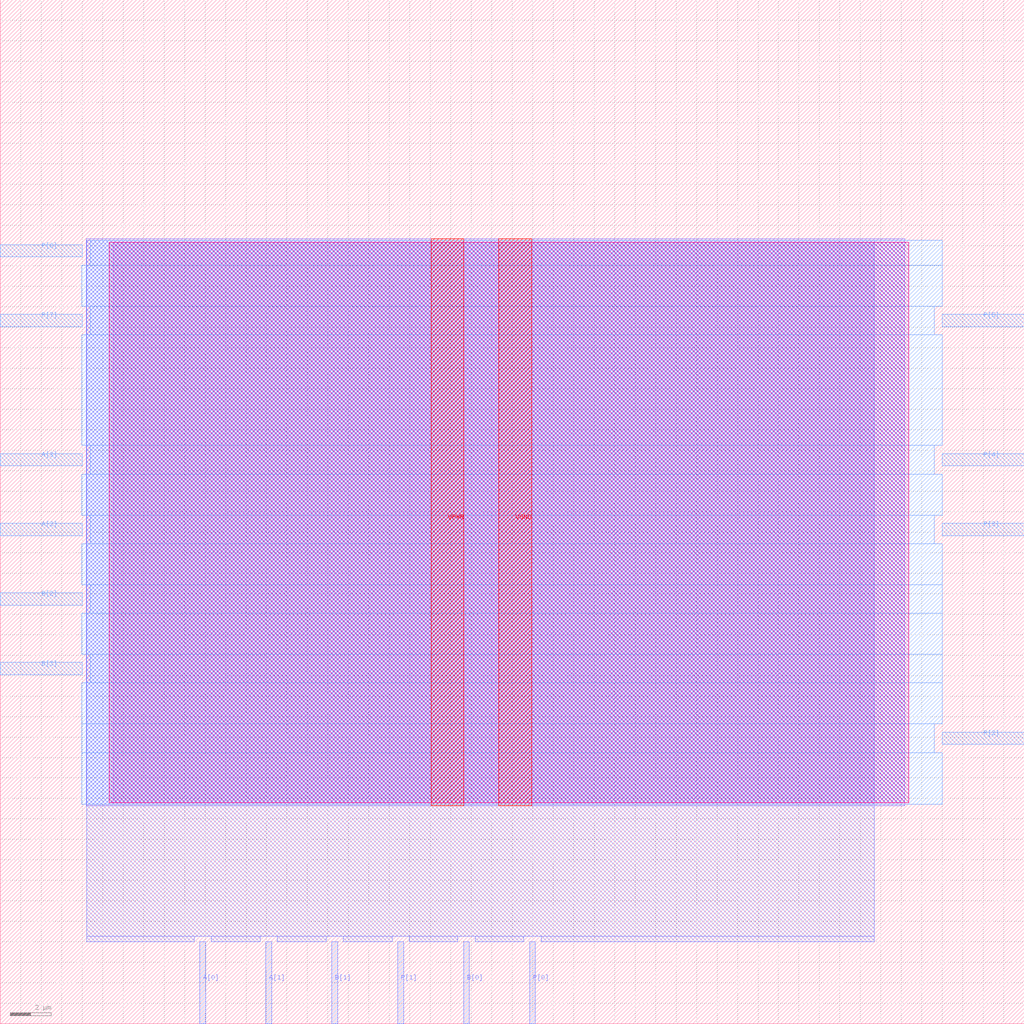
<source format=lef>
VERSION 5.7 ;
  NOWIREEXTENSIONATPIN ON ;
  DIVIDERCHAR "/" ;
  BUSBITCHARS "[]" ;
MACRO mult4_SARSA_WInd_e9_SARSA_RUIDO_e9_SARSA_RUIDO_e9_SARSA_RUIDO_e9
  CLASS BLOCK ;
  FOREIGN mult4_SARSA_WInd_e9_SARSA_RUIDO_e9_SARSA_RUIDO_e9_SARSA_RUIDO_e9 ;
  ORIGIN 0.000 0.000 ;
  SIZE 50.000 BY 50.000 ;
  PIN A[0]
    DIRECTION INPUT ;
    USE SIGNAL ;
    ANTENNAGATEAREA 0.126000 ;
    PORT
      LAYER met2 ;
        RECT 9.750 0.000 10.030 4.000 ;
    END
  END A[0]
  PIN A[1]
    DIRECTION INPUT ;
    USE SIGNAL ;
    ANTENNAGATEAREA 0.196500 ;
    PORT
      LAYER met2 ;
        RECT 12.970 0.000 13.250 4.000 ;
    END
  END A[1]
  PIN A[2]
    DIRECTION INPUT ;
    USE SIGNAL ;
    ANTENNAGATEAREA 0.126000 ;
    PORT
      LAYER met3 ;
        RECT 0.000 23.840 4.000 24.440 ;
    END
  END A[2]
  PIN A[3]
    DIRECTION INPUT ;
    USE SIGNAL ;
    ANTENNAGATEAREA 0.196500 ;
    PORT
      LAYER met3 ;
        RECT 0.000 27.240 4.000 27.840 ;
    END
  END A[3]
  PIN B[0]
    DIRECTION INPUT ;
    USE SIGNAL ;
    ANTENNAGATEAREA 0.196500 ;
    PORT
      LAYER met2 ;
        RECT 22.630 0.000 22.910 4.000 ;
    END
  END B[0]
  PIN B[1]
    DIRECTION INPUT ;
    USE SIGNAL ;
    ANTENNAGATEAREA 0.126000 ;
    PORT
      LAYER met2 ;
        RECT 16.190 0.000 16.470 4.000 ;
    END
  END B[1]
  PIN B[2]
    DIRECTION INPUT ;
    USE SIGNAL ;
    ANTENNAGATEAREA 0.196500 ;
    PORT
      LAYER met3 ;
        RECT 0.000 20.440 4.000 21.040 ;
    END
  END B[2]
  PIN B[3]
    DIRECTION INPUT ;
    USE SIGNAL ;
    ANTENNAGATEAREA 0.213000 ;
    PORT
      LAYER met3 ;
        RECT 0.000 17.040 4.000 17.640 ;
    END
  END B[3]
  PIN P[0]
    DIRECTION OUTPUT ;
    USE SIGNAL ;
    ANTENNADIFFAREA 0.445500 ;
    PORT
      LAYER met2 ;
        RECT 25.850 0.000 26.130 4.000 ;
    END
  END P[0]
  PIN P[1]
    DIRECTION OUTPUT ;
    USE SIGNAL ;
    ANTENNADIFFAREA 0.445500 ;
    PORT
      LAYER met2 ;
        RECT 19.410 0.000 19.690 4.000 ;
    END
  END P[1]
  PIN P[2]
    DIRECTION OUTPUT ;
    USE SIGNAL ;
    ANTENNADIFFAREA 0.445500 ;
    PORT
      LAYER met3 ;
        RECT 46.000 13.640 50.000 14.240 ;
    END
  END P[2]
  PIN P[3]
    DIRECTION OUTPUT ;
    USE SIGNAL ;
    ANTENNADIFFAREA 0.445500 ;
    PORT
      LAYER met3 ;
        RECT 46.000 23.840 50.000 24.440 ;
    END
  END P[3]
  PIN P[4]
    DIRECTION OUTPUT ;
    USE SIGNAL ;
    ANTENNADIFFAREA 0.445500 ;
    PORT
      LAYER met3 ;
        RECT 46.000 27.240 50.000 27.840 ;
    END
  END P[4]
  PIN P[5]
    DIRECTION OUTPUT ;
    USE SIGNAL ;
    ANTENNADIFFAREA 0.445500 ;
    PORT
      LAYER met3 ;
        RECT 46.000 34.040 50.000 34.640 ;
    END
  END P[5]
  PIN P[6]
    DIRECTION OUTPUT ;
    USE SIGNAL ;
    ANTENNADIFFAREA 0.445500 ;
    PORT
      LAYER met3 ;
        RECT 0.000 37.440 4.000 38.040 ;
    END
  END P[6]
  PIN P[7]
    DIRECTION OUTPUT ;
    USE SIGNAL ;
    ANTENNADIFFAREA 0.445500 ;
    PORT
      LAYER met3 ;
        RECT 0.000 34.040 4.000 34.640 ;
    END
  END P[7]
  PIN VGND
    DIRECTION INOUT ;
    USE GROUND ;
    PORT
      LAYER met4 ;
        RECT 24.340 10.640 25.940 38.320 ;
    END
  END VGND
  PIN VPWR
    DIRECTION INOUT ;
    USE POWER ;
    PORT
      LAYER met4 ;
        RECT 21.040 10.640 22.640 38.320 ;
    END
  END VPWR
  OBS
      LAYER nwell ;
        RECT 5.330 10.795 44.350 38.165 ;
      LAYER li1 ;
        RECT 5.520 10.795 44.160 38.165 ;
      LAYER met1 ;
        RECT 4.210 10.640 44.160 38.320 ;
      LAYER met2 ;
        RECT 4.230 4.280 42.680 38.265 ;
        RECT 4.230 4.000 9.470 4.280 ;
        RECT 10.310 4.000 12.690 4.280 ;
        RECT 13.530 4.000 15.910 4.280 ;
        RECT 16.750 4.000 19.130 4.280 ;
        RECT 19.970 4.000 22.350 4.280 ;
        RECT 23.190 4.000 25.570 4.280 ;
        RECT 26.410 4.000 42.680 4.280 ;
      LAYER met3 ;
        RECT 4.400 37.040 46.000 38.245 ;
        RECT 3.990 35.040 46.000 37.040 ;
        RECT 4.400 33.640 45.600 35.040 ;
        RECT 3.990 28.240 46.000 33.640 ;
        RECT 4.400 26.840 45.600 28.240 ;
        RECT 3.990 24.840 46.000 26.840 ;
        RECT 4.400 23.440 45.600 24.840 ;
        RECT 3.990 21.440 46.000 23.440 ;
        RECT 4.400 20.040 46.000 21.440 ;
        RECT 3.990 18.040 46.000 20.040 ;
        RECT 4.400 16.640 46.000 18.040 ;
        RECT 3.990 14.640 46.000 16.640 ;
        RECT 3.990 13.240 45.600 14.640 ;
        RECT 3.990 10.715 46.000 13.240 ;
  END
END mult4_SARSA_WInd_e9_SARSA_RUIDO_e9_SARSA_RUIDO_e9_SARSA_RUIDO_e9
END LIBRARY


</source>
